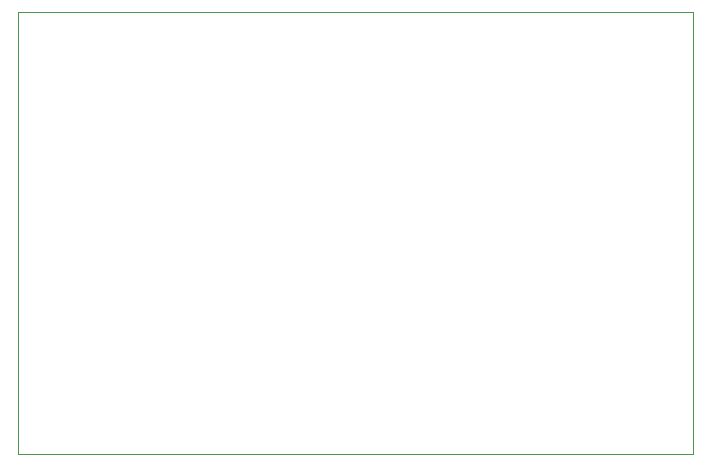
<source format=gko>
G04 (created by PCBNEW (2013-07-07 BZR 4022)-stable) date 16/07/2014 11:45:37*
%MOIN*%
G04 Gerber Fmt 3.4, Leading zero omitted, Abs format*
%FSLAX34Y34*%
G01*
G70*
G90*
G04 APERTURE LIST*
%ADD10C,0.00590551*%
%ADD11C,0.00393701*%
G04 APERTURE END LIST*
G54D10*
G54D11*
X30500Y-18000D02*
X30500Y-32750D01*
X30500Y-32750D02*
X30500Y-32000D01*
X53000Y-32750D02*
X30500Y-32750D01*
X53000Y-18000D02*
X53000Y-32750D01*
X30500Y-18000D02*
X53000Y-18000D01*
M02*

</source>
